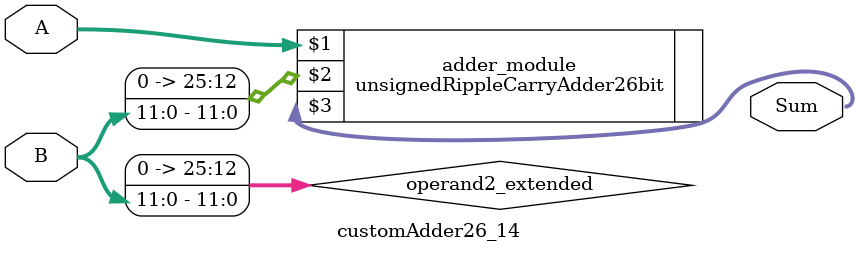
<source format=v>

module customAdder26_14(
                    input [25 : 0] A,
                    input [11 : 0] B,
                    
                    output [26 : 0] Sum
            );

    wire [25 : 0] operand2_extended;
    
    assign operand2_extended =  {14'b0, B};
    
    unsignedRippleCarryAdder26bit adder_module(
        A,
        operand2_extended,
        Sum
    );
    
endmodule
        
</source>
